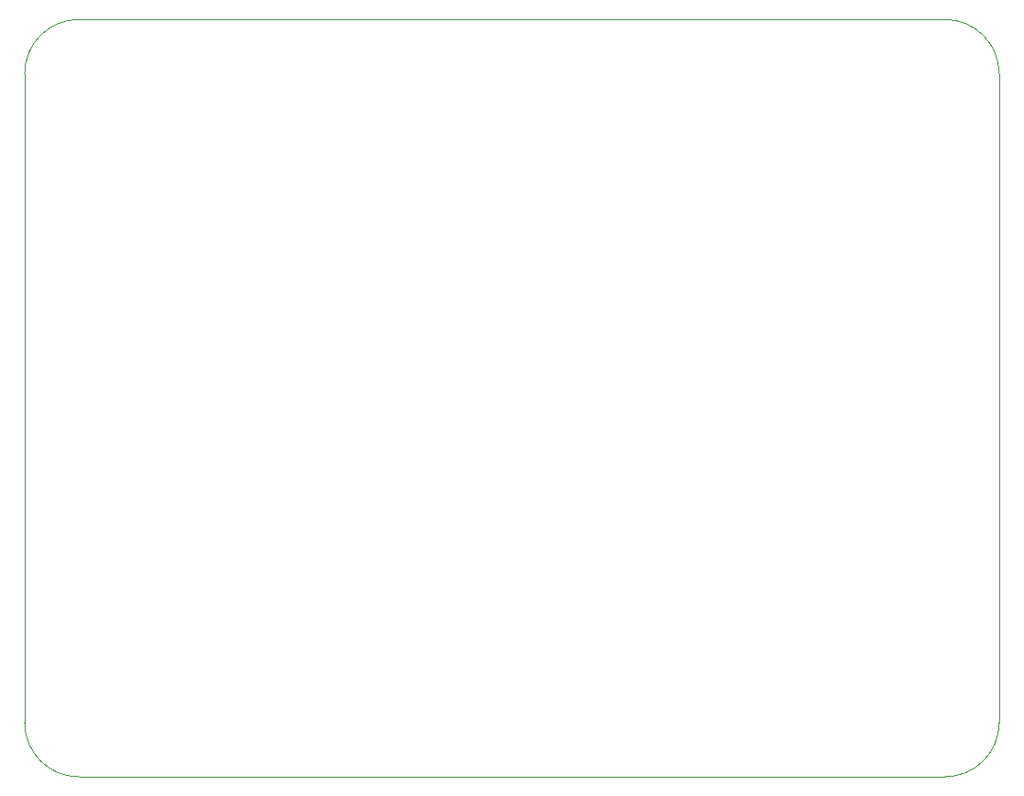
<source format=gbr>
%TF.GenerationSoftware,KiCad,Pcbnew,8.0.3*%
%TF.CreationDate,2024-07-15T12:03:27+02:00*%
%TF.ProjectId,nanoComp,6e616e6f-436f-46d7-902e-6b696361645f,A*%
%TF.SameCoordinates,Original*%
%TF.FileFunction,Profile,NP*%
%FSLAX46Y46*%
G04 Gerber Fmt 4.6, Leading zero omitted, Abs format (unit mm)*
G04 Created by KiCad (PCBNEW 8.0.3) date 2024-07-15 12:03:27*
%MOMM*%
%LPD*%
G01*
G04 APERTURE LIST*
%TA.AperFunction,Profile*%
%ADD10C,0.050000*%
%TD*%
G04 APERTURE END LIST*
D10*
X170000000Y-64000000D02*
X170000000Y-124000000D01*
X170000000Y-124000000D02*
G75*
G02*
X165000000Y-129000000I-5000000J0D01*
G01*
X165000000Y-129000000D02*
X85000000Y-129000000D01*
X85000000Y-59000000D02*
X165000000Y-59000000D01*
X85000000Y-129000000D02*
G75*
G02*
X80000000Y-124000000I0J5000000D01*
G01*
X165000000Y-59000000D02*
G75*
G02*
X170000000Y-64000000I0J-5000000D01*
G01*
X80000000Y-64000000D02*
G75*
G02*
X85000000Y-59000000I5000000J0D01*
G01*
X80000000Y-124000000D02*
X80000000Y-64000000D01*
M02*

</source>
